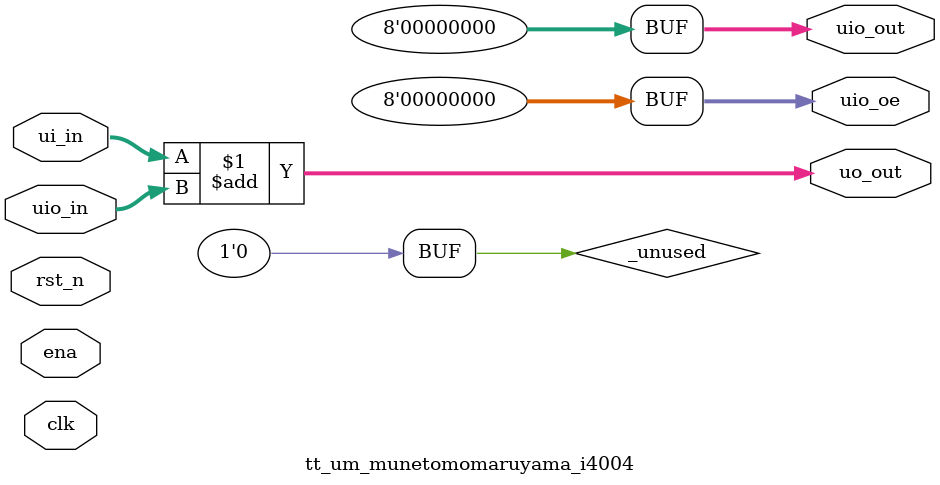
<source format=v>
/*
 * Copyright (c) 2024 Your Name
 * SPDX-License-Identifier: Apache-2.0
 */

`default_nettype none

module tt_um_munetomomaruyama_i4004 (
    input  wire [7:0] ui_in,    // Dedicated inputs
    output wire [7:0] uo_out,   // Dedicated outputs
    input  wire [7:0] uio_in,   // IOs: Input path
    output wire [7:0] uio_out,  // IOs: Output path
    output wire [7:0] uio_oe,   // IOs: Enable path (active high: 0=input, 1=output)
    input  wire       ena,      // always 1 when the design is powered, so you can ignore it
    input  wire       clk,      // clock
    input  wire       rst_n     // reset_n - low to reset
);

  // All output pins must be assigned. If not used, assign to 0.
  assign uo_out  = ui_in + uio_in;  // Example: ou_out is the sum of ui_in and uio_in
  assign uio_out = 0;
  assign uio_oe  = 0;

  // List all unused inputs to prevent warnings
  wire _unused = &{ena, clk, rst_n, 1'b0};

endmodule

</source>
